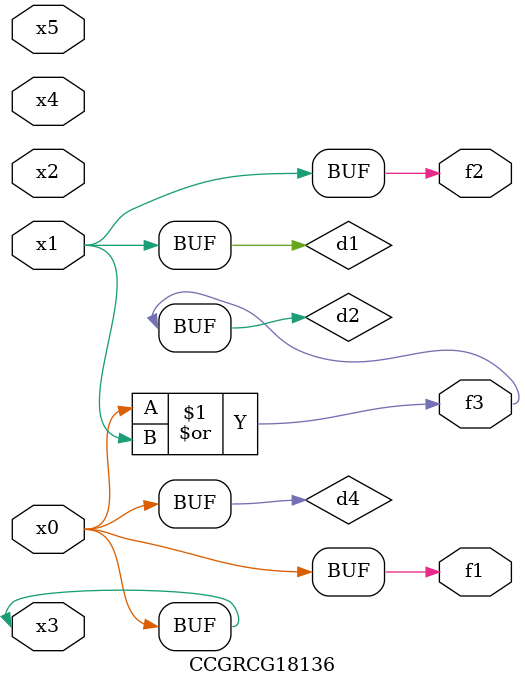
<source format=v>
module CCGRCG18136(
	input x0, x1, x2, x3, x4, x5,
	output f1, f2, f3
);

	wire d1, d2, d3, d4;

	and (d1, x1);
	or (d2, x0, x1);
	nand (d3, x0, x5);
	buf (d4, x0, x3);
	assign f1 = d4;
	assign f2 = d1;
	assign f3 = d2;
endmodule

</source>
